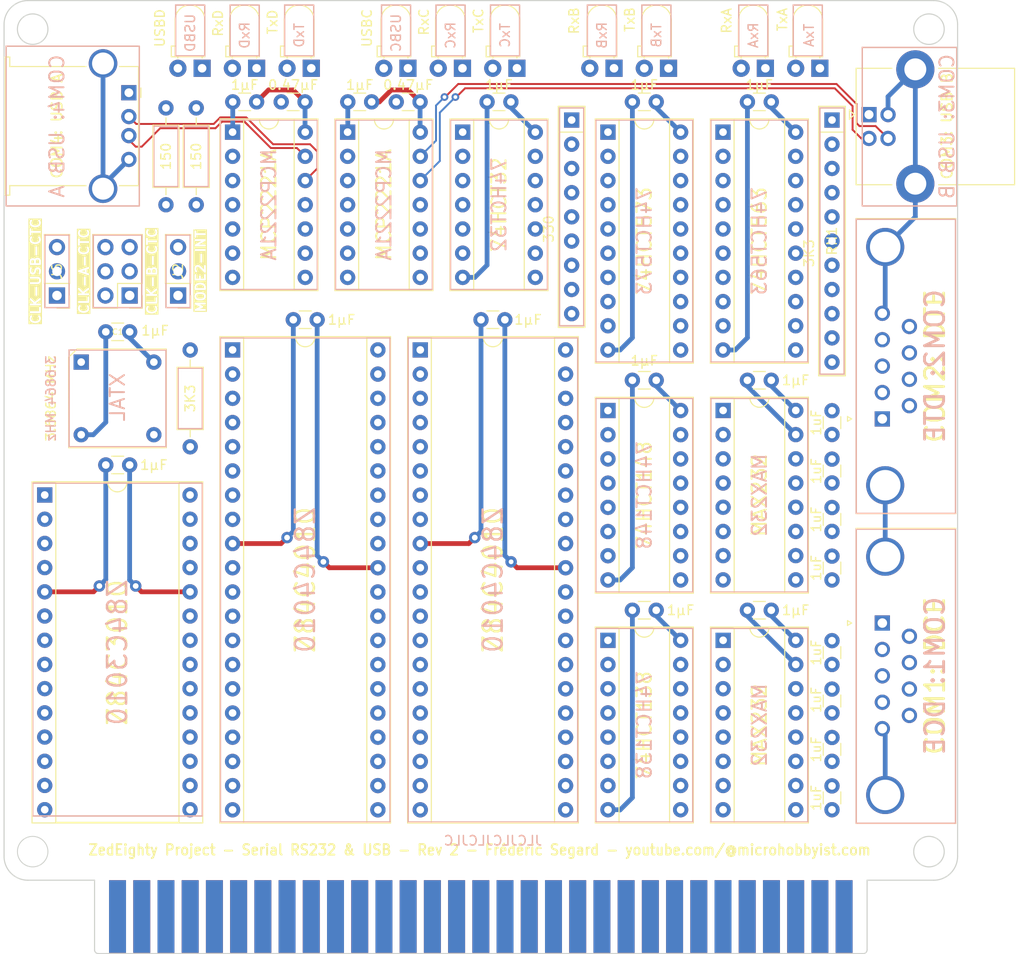
<source format=kicad_pcb>
(kicad_pcb (version 20221018) (generator pcbnew)
  (title_block (title "Processor and memory card") (date "2022-10-24") (rev "1") (company "Frédéric Segard, aka Micro Hobbyist"))
  (layers (0 "F.Cu" signal) (31 "B.Cu" signal) (34 "B.Paste" user) (35 "F.Paste" user) (36 "B.SilkS" user "B.Silkscreen") (37 "F.SilkS" user "F.Silkscreen") (38 "B.Mask" user) (39 "F.Mask" user) (44 "Edge.Cuts" user))
  (net 0 "")
  (net 1 "+5V")
  (net 2 "GND")
  (net 3 "Net-(U7-C1+)")
  (net 4 "Net-(U7-C1-)")
  (net 5 "Net-(U7-VS-)")
  (net 6 "Net-(U8-C1+)")
  (net 7 "Net-(U8-C1-)")
  (net 8 "Net-(U8-VS-)")
  (net 9 "Net-(U7-VS+)")
  (net 10 "Net-(U7-C2+)")
  (net 11 "Net-(U7-C2-)")
  (net 12 "Net-(U8-VS+)")
  (net 13 "Net-(U8-C2+)")
  (net 14 "Net-(U8-C2-)")
  (net 15 "Net-(D1-K)")
  (net 16 "Net-(D1-A)")
  (net 17 "Net-(D2-K)")
  (net 18 "Net-(D2-A)")
  (net 19 "/A7")
  (net 20 "/A6")
  (net 21 "/A5")
  (net 22 "/A4")
  (net 23 "/A3")
  (net 24 "/A1")
  (net 25 "/A0")
  (net 26 "/D0")
  (net 27 "/D1")
  (net 28 "/D2")
  (net 29 "/D3")
  (net 30 "/D4")
  (net 31 "/D5")
  (net 32 "/D6")
  (net 33 "/D7")
  (net 34 "/~{M1}")
  (net 35 "/~{RESET}")
  (net 36 "/CLK")
  (net 37 "/~{INT}")
  (net 38 "/~{RD}")
  (net 39 "/~{IORQ}")
  (net 40 "/A2")
  (net 41 "Net-(D3-K)")
  (net 42 "Net-(D3-A)")
  (net 43 "Net-(D4-K)")
  (net 44 "Net-(D4-A)")
  (net 45 "Net-(D5-K)")
  (net 46 "Net-(D5-A)")
  (net 47 "Net-(D6-K)")
  (net 48 "Net-(D6-A)")
  (net 49 "Net-(D7-K)")
  (net 50 "Net-(D7-A)")
  (net 51 "Net-(D8-K)")
  (net 52 "Net-(D8-A)")
  (net 53 "Net-(D9-K)")
  (net 54 "Net-(D10-K)")
  (net 55 "/RxB")
  (net 56 "/TxB")
  (net 57 "Net-(U10-VUSB)")
  (net 58 "Net-(U11-VUSB)")
  (net 63 "/RxA")
  (net 65 "/TxA")
  (net 67 "/CLK2")
  (net 74 "/TxD")
  (net 75 "/RxD")
  (net 76 "/~{CLK}")
  (net 77 "/~{SIO2_CS}")
  (net 78 "/~{SIO1_CS}")
  (net 79 "/TxC")
  (net 80 "/RxC")
  (net 83 "/~{IRQ}2")
  (net 91 "/IE")
  (net 94 "/~{IRQ}3")
  (net 95 "/~{IRQ}4")
  (net 96 "/~{IRQ}5")
  (net 97 "/~{IRQ}6")
  (net 98 "/~{IRQ}7")
  (net 99 "/MODE2_RD")
  (net 100 "Net-(J2-Pin_2)")
  (net 101 "/~{INT_RD}")
  (net 102 "/COM 1 and 2 (RS-232)/SIOCLKB")
  (net 103 "/COM 1 and 2 (RS-232)/SIOCLKA")
  (net 104 "/CTCLKB")
  (net 105 "/CTCLKA")
  (net 107 "Net-(U7-T1out)")
  (net 108 "Net-(U7-R1in)")
  (net 111 "Net-(U7-R2in)")
  (net 112 "Net-(U7-T2out)")
  (net 115 "Net-(U8-R2in)")
  (net 116 "Net-(U8-T2out)")
  (net 119 "Net-(U8-T1out)")
  (net 120 "Net-(U8-R1in)")
  (net 122 "/COM 3 and 4 (USB)/SIOCLK")
  (net 123 "/CTCLK0")
  (net 125 "/COM 3 and 4 (USB)/D1-")
  (net 126 "/COM 3 and 4 (USB)/D1+")
  (net 128 "/COM 3 and 4 (USB)/D2-")
  (net 129 "/COM 3 and 4 (USB)/D2+")
  (net 130 "/SIO2_IEO")
  (net 131 "Net-(U10-GP2_(USB))")
  (net 132 "Net-(U11-GP2_(USB))")
  (net 133 "/SIO1_IEO")
  (net 134 "/~{IRQ}1")
  (net 135 "/COM 1 and 2 (RS-232)/~{RTSA}")
  (net 136 "/COM 1 and 2 (RS-232)/~{CTSA}")
  (net 137 "/COM 1 and 2 (RS-232)/~{CTSB}")
  (net 138 "/COM 1 and 2 (RS-232)/~{RTSB}")
  (net 139 "/~{IRQ}0")
  (net 140 "Net-(U5-E2)")
  (net 141 "Net-(U5-E1)")
  (net 142 "Net-(U5-O3)")
  (net 143 "Net-(U2-S2)")
  (net 144 "Net-(U2-S1)")
  (net 145 "Net-(U2-S0)")
  (net 151 "/~{CTC_CS}")
  (net 160 "Net-(U10-Tx_Out)")
  (net 161 "Net-(U10-Rx_In)")
  (net 166 "Net-(U11-Rx_In)")
  (net 167 "Net-(U11-Tx_Out)")
  (footprint "Capacitor_THT:C_Disc_D3.0mm_W1.6mm_P2.50mm" (layer "F.Cu") (at 163.83 97.81 -90)
    (fp_text reference "C12" hide)
    (fp_text value "1uF")
  )
  (footprint "0_Library:BUS_XT_Proto" (layer "F.Cu") (at 127 141.995)
    (fp_text reference "J1" hide)
    (fp_text value "EDGE" hide)
    (fp_line (start -50 -2.5) (end -50 -89.8) (stroke (width 0.12)) (layer "Edge.Cuts"))
    (fp_line (start -47.5 -92.3) (end 47.5 -92.3) (stroke (width 0.12)) (layer "Edge.Cuts"))
    (fp_line (start -47.5 0) (end -40.51 0) (stroke (width 0.12)) (layer "Edge.Cuts"))
    (fp_line (start -40.51 7.3) (end -40.51 0) (stroke (width 0.12)) (layer "Edge.Cuts"))
    (fp_line (start -40.11 7.7) (end 40.11 7.7) (stroke (width 0.12)) (layer "Edge.Cuts"))
    (fp_line (start 40.51 7.3) (end 40.51 0) (stroke (width 0.12)) (layer "Edge.Cuts"))
    (fp_line (start 47.5 0) (end 40.51 0) (stroke (width 0.12)) (layer "Edge.Cuts"))
    (fp_line (start 50 -89.8) (end 50 -2.5) (stroke (width 0.12)) (layer "Edge.Cuts"))
    (fp_arc (start -50 -89.8) (mid -49.267767 -91.567767) (end -47.5 -92.3) (stroke (width 0.12)) (layer "Edge.Cuts"))
    (fp_arc (start -47.5 0) (mid -49.267767 -0.732233) (end -50 -2.5) (stroke (width 0.12)) (layer "Edge.Cuts"))
    (fp_arc (start -40.11 7.7) (mid -40.392843 7.582843) (end -40.51 7.3) (stroke (width 0.12)) (layer "Edge.Cuts"))
    (fp_arc (start 40.51 7.3) (mid 40.392843 7.582843) (end 40.11 7.7) (stroke (width 0.12)) (layer "Edge.Cuts"))
    (fp_arc (start 47.5 -92.3) (mid 49.267767 -91.567767) (end 50 -89.8) (stroke (width 0.12)) (layer "Edge.Cuts"))
    (fp_arc (start 50 -2.5) (mid 49.267767 -0.732233) (end 47.5 0) (stroke (width 0.12)) (layer "Edge.Cuts"))
    (fp_circle (center -47 -89.3) (end -45.4 -89.3) (stroke (width 0.12)) (fill none) (layer "Edge.Cuts"))
    (fp_circle (center -47 -3) (end -45.4 -3) (stroke (width 0.1)) (fill none) (layer "Edge.Cuts"))
    (fp_circle (center 47 -89.3) (end 48.6 -89.3) (stroke (width 0.12)) (fill none) (layer "Edge.Cuts"))
    (fp_circle (center 47 -3) (end 48.6 -3) (stroke (width 0.12)) (fill none) (layer "Edge.Cuts"))
  )
  (footprint "LED_THT:LED_D3.0mm_Horizontal_O1.27mm_Z2.0mm_Clear" (layer "F.Cu") (at 103.485 56.8 180)
    (fp_text reference "D8" hide)
    (fp_text value "RxD")
  )
  (footprint "Capacitor_THT:C_Disc_D3.0mm_W1.6mm_P2.50mm" (layer "F.Cu") (at 157.46 89.535 180)
    (fp_text reference "C19" hide)
    (fp_text value "1µF")
  )
  (footprint "LED_THT:LED_D3.0mm_Horizontal_O1.27mm_Z2.0mm_Clear" (layer "F.Cu") (at 130.79 56.8 180)
    (fp_text reference "D5" hide)
    (fp_text value "TxC")
  )
  (footprint "Capacitor_THT:C_Disc_D3.0mm_W1.6mm_P2.50mm" (layer "F.Cu") (at 157.46 60.325 180)
    (fp_text reference "C9" hide)
    (fp_text value "1µF")
  )
  (footprint "Capacitor_THT:C_Disc_D3.0mm_W1.6mm_P2.50mm" (layer "F.Cu") (at 163.83 116.86 -90)
    (fp_text reference "C14" hide)
    (fp_text value "1uF")
  )
  (footprint "Connector_USB:USB_A_Stewart_SS-52100-001_Horizontal" (layer "F.Cu") (at 90.0894 59.365 -90)
    (fp_text reference "J8" hide)
    (fp_text value "COM4: USB A")
  )
  (footprint "LED_THT:LED_D3.0mm_Horizontal_O1.27mm_Z2.0mm_Clear" (layer "F.Cu") (at 119.36 56.8 180)
    (fp_text reference "D9" hide)
    (fp_text value "USBC")
  )
  (footprint "Resistor_THT:R_Array_SIP9" (layer "F.Cu") (at 136.525 62.23 -90)
    (fp_text reference "RN2" hide)
    (fp_text value "330")
  )
  (footprint "Package_DIP:DIP-20_W7.62mm_Socket" (layer "F.Cu") (at 152.4 63.5)
    (fp_text reference "U4" hide)
    (fp_text value "74HCT563")
  )
  (footprint "Package_DIP:DIP-16_W7.62mm_Socket" (layer "F.Cu") (at 152.41 92.7)
    (fp_text reference "U8" hide)
    (fp_text value "MAX232")
  )
  (footprint "Capacitor_THT:C_Disc_D3.0mm_W1.6mm_P2.50mm" (layer "F.Cu") (at 163.83 102.89 -90)
    (fp_text reference "C17" hide)
    (fp_text value "1uF")
  )
  (footprint "Capacitor_THT:C_Disc_D3.0mm_W1.6mm_P2.50mm" (layer "F.Cu") (at 157.46 113.665 180)
    (fp_text reference "C23" hide)
    (fp_text value "1µF")
  )
  (footprint "Capacitor_THT:C_Disc_D3.0mm_W1.6mm_P2.50mm" (layer "F.Cu") (at 163.83 92.73 -90)
    (fp_text reference "C16" hide)
    (fp_text value "1uF")
  )
  (footprint "Package_DIP:DIP-16_W7.62mm_Socket" (layer "F.Cu") (at 152.41 116.82)
    (fp_text reference "U7" hide)
    (fp_text value "MAX232")
  )
  (footprint "Capacitor_THT:C_Disc_D3.0mm_W1.6mm_P2.50mm" (layer "F.Cu") (at 106.065 60.325)
    (fp_text reference "C22" hide)
    (fp_text value "0.47µF")
  )
  (footprint "Package_DIP:DIP-20_W7.62mm_Socket" (layer "F.Cu") (at 140.335 63.5)
    (fp_text reference "U3" hide)
    (fp_text value "74HCT573")
  )
  (footprint "Capacitor_THT:C_Disc_D3.0mm_W1.6mm_P2.50mm" (layer "F.Cu") (at 127.02 83.185)
    (fp_text reference "C7" hide)
    (fp_text value "1µF")
  )
  (footprint "LED_THT:LED_D3.0mm_Horizontal_O1.27mm_Z2.0mm_Clear" (layer "F.Cu") (at 97.77 56.8 180)
    (fp_text reference "D10" hide)
    (fp_text value "USBD")
  )
  (footprint "Package_DIP:DIP-14_W7.62mm_Socket" (layer "F.Cu") (at 100.965 63.5)
    (fp_text reference "U11" hide)
    (fp_text value "MCP2221A")
  )
  (footprint "Capacitor_THT:C_Disc_D3.0mm_W1.6mm_P2.50mm" (layer "F.Cu") (at 163.83 110.49 90)
    (fp_text reference "C13" hide)
    (fp_text value "1uF")
  )
  (footprint "Capacitor_THT:C_Disc_D3.0mm_W1.6mm_P2.50mm" (layer "F.Cu") (at 163.83 134.6 90)
    (fp_text reference "C11" hide)
    (fp_text value "1uF")
  )
  (footprint "Resistor_THT:R_Axial_DIN0207_L6.3mm_D2.5mm_P10.16mm_Horizontal" (layer "F.Cu") (at 97.155 71.12 90)
    (fp_text reference "R3" hide)
    (fp_text value "150")
  )
  (footprint "Capacitor_THT:C_Disc_D3.0mm_W1.6mm_P2.50mm" (layer "F.Cu") (at 90.17 84.455 180)
    (fp_text reference "C1" hide)
    (fp_text value "1µF")
  )
  (footprint "LED_THT:LED_D3.0mm_Horizontal_O1.27mm_Z2.0mm_Clear" (layer "F.Cu") (at 109.22 56.8 180)
    (fp_text reference "D7" hide)
    (fp_text value "TxD")
  )
  (footprint "0_Library:DIP-8-4_W7.62mm_Oscillator_Socket" (layer "F.Cu") (at 85.09 87.63)
    (fp_text reference "X1" hide)
    (fp_text value "3.6864 MHz")
  )
  (footprint "LED_THT:LED_D3.0mm_Horizontal_O1.27mm_Z2.0mm_Clear" (layer "F.Cu") (at 162.56 56.8 180)
    (fp_text reference "D1" hide)
    (fp_text value "TxA")
  )
  (footprint "Capacitor_THT:C_Disc_D3.0mm_W1.6mm_P2.50mm" (layer "F.Cu") (at 163.83 121.94 -90)
    (fp_text reference "C10" hide)
    (fp_text value "1uF")
  )
  (footprint "LED_THT:LED_D3.0mm_Horizontal_O1.27mm_Z2.0mm_Clear" (layer "F.Cu") (at 146.685 56.8 180)
    (fp_text reference "D3" hide)
    (fp_text value "TxB")
  )
  (footprint "Resistor_THT:R_Axial_DIN0207_L6.3mm_D2.5mm_P10.16mm_Horizontal" (layer "F.Cu") (at 96.52 86.36 -90)
    (fp_text reference "R5" hide)
    (fp_text value "3K3")
  )
  (footprint "LED_THT:LED_D3.0mm_Horizontal_O1.27mm_Z2.0mm_Clear" (layer "F.Cu") (at 156.845 56.8 180)
    (fp_text reference "D2" hide)
    (fp_text value "RxA")
  )
  (footprint "Package_DIP:DIP-16_W7.62mm_Socket" (layer "F.Cu") (at 140.335 92.71)
    (fp_text reference "U2" hide)
    (fp_text value "74HCT148")
  )
  (footprint "Connector_PinHeader_2.54mm:PinHeader_1x03_P2.54mm_Vertical" (layer "F.Cu") (at 82.55 80.645 180)
    (fp_text reference "J6" hide)
    (fp_text value "SIO CLK SRC" hide)
  )
  (footprint "LED_THT:LED_D3.0mm_Horizontal_O1.27mm_Z2.0mm_Clear" (layer "F.Cu") (at 125.075 56.8 180)
    (fp_text reference "D6" hide)
    (fp_text value "RxC")
  )
  (footprint "Connector_PinHeader_2.54mm:PinHeader_2x03_P2.54mm_Vertical" (layer "F.Cu") (at 90.17 80.645 180)
    (fp_text reference "J3" hide)
    (fp_text value "SIO CLK SRC" hide)
  )
  (footprint "Capacitor_THT:C_Disc_D3.0mm_W1.6mm_P2.50mm" (layer "F.Cu") (at 90.17 98.425 180)
    (fp_text reference "C2" hide)
    (fp_text value "1µF")
  )
  (footprint "Connector_USB:USB_B_Lumberg_2411_02_Horizontal" (layer "F.Cu") (at 167.7076 61.6602)
    (fp_text reference "J7" hide)
    (fp_text value "COM3: USB B")
  )
  (footprint "Resistor_THT:R_Array_SIP11" (layer "F.Cu") (at 163.83 62.23 -90)
    (fp_text reference "RN1" hide)
    (fp_text value "3K3")
  )
  (footprint "Capacitor_THT:C_Disc_D3.0mm_W1.6mm_P2.50mm" (layer "F.Cu") (at 100.985 60.325)
    (fp_text reference "C3" hide)
    (fp_text value "1µF")
  )
  (footprint "Package_DIP:DIP-14_W7.62mm_Socket" (layer "F.Cu") (at 113.03 63.5)
    (fp_text reference "U10" hide)
    (fp_text value "MCP2221A")
  )
  (footprint "Resistor_THT:R_Axial_DIN0207_L6.3mm_D2.5mm_P10.16mm_Horizontal" (layer "F.Cu") (at 93.98 71.12 90)
    (fp_text reference "R4" hide)
    (fp_text value "150")
  )
  (footprint "Package_DIP:DIP-14_W7.62mm_Socket" (layer "F.Cu") (at 125.095 63.5)
    (fp_text reference "U1" hide)
    (fp_text value "74HCT32")
  )
  (footprint "Package_DIP:DIP-40_W15.24mm_Socket" (layer "F.Cu") (at 100.965 86.35)
    (fp_text reference "U9" hide)
    (fp_text value "Z84C4010")
  )
  (footprint "Package_DIP:DIP-40_W15.24mm_Socket" (layer "F.Cu") (at 120.65 86.35)
    (fp_text reference "U6" hide)
    (fp_text value "Z84C4010")
  )
  (footprint "Capacitor_THT:C_Disc_D3.0mm_W1.6mm_P2.50mm" (layer "F.Cu") (at 145.395 113.665 180)
    (fp_text reference "C20" hide)
    (fp_text value "1µF")
  )
  (footprint "Capacitor_THT:C_Disc_D3.0mm_W1.6mm_P2.50mm" (layer "F.Cu") (at 118.13 60.325)
    (fp_text reference "C21" hide)
    (fp_text value "0.47µF")
  )
  (footprint "Connector_Dsub:DSUB-9_Female_Horizontal_P2.77x2.84mm_EdgePinOffset4.94mm_Housed_MountingHolesOffset7.48mm" (layer "F.Cu") (at 169.1094 115.0106 90)
    (fp_text reference "J4" hide)
    (fp_text value "COM1: DCE")
  )
  (footprint "Capacitor_THT:C_Disc_D3.0mm_W1.6mm_P2.50mm" (layer "F.Cu") (at 145.395 60.325 180)
    (fp_text reference "C8" hide)
    (fp_text value "1µF")
  )
  (footprint "Package_DIP:DIP-16_W7.62mm_Socket" (layer "F.Cu") (at 140.335 116.82)
    (fp_text reference "U5" hide)
    (fp_text value "74HCT138")
  )
  (footprint "Connector_Dsub:DSUB-9_Male_Horizontal_P2.77x2.84mm_EdgePinOffset4.94mm_Housed_MountingHolesOffset7.48mm" (layer "F.Cu") (at 169.1094 93.5906 90)
    (fp_text reference "J5" hide)
    (fp_text value "COM2: DTE")
  )
  (footprint "Connector_PinHeader_2.54mm:PinHeader_1x03_P2.54mm_Vertical" (layer "F.Cu") (at 95.25 80.645 180)
    (fp_text reference "J2" hide)
    (fp_text value "INT READ" hide)
  )
  (footprint "Capacitor_THT:C_Disc_D3.0mm_W1.6mm_P2.50mm" (layer "F.Cu") (at 163.83 127.02 -90)
    (fp_text reference "C15" hide)
    (fp_text value "1uF")
  )
  (footprint "Capacitor_THT:C_Disc_D3.0mm_W1.6mm_P2.50mm" (layer "F.Cu") (at 145.395 89.535 180)
    (fp_text reference "C18" hide)
    (fp_text value "1µF")
  )
  (footprint "Capacitor_THT:C_Disc_D3.0mm_W1.6mm_P2.50mm" (layer "F.Cu") (at 107.335 83.185)
    (fp_text reference "C6" hide)
    (fp_text value "1µF")
  )
  (footprint "Package_DIP:DIP-28_W15.24mm_Socket" (layer "F.Cu") (at 81.265 101.575)
    (fp_text reference "U12" hide)
    (fp_text value "Z84C3010")
  )
  (footprint "Capacitor_THT:C_Disc_D3.0mm_W1.6mm_P2.50mm" (layer "F.Cu") (at 130.155 60.325 180)
    (fp_text reference "C5" hide)
    (fp_text value "1µF")
  )
  (footprint "LED_THT:LED_D3.0mm_Horizontal_O1.27mm_Z2.0mm_Clear" (layer "F.Cu") (at 140.97 56.8 180)
    (fp_text reference "D4" hide)
    (fp_text value "RxB")
  )
  (footprint "Capacitor_THT:C_Disc_D3.0mm_W1.6mm_P2.50mm" (layer "F.Cu") (at 113.05 60.325)
    (fp_text reference "C4" hide)
    (fp_text value "1µF")
  )
  (gr_rect (start 83.82 86.36) (end 93.98 96.52) (stroke (width 0.15)) (fill none) (layer "B.SilkS"))
  (gr_rect (start 93.98 74.295) (end 96.52 81.915) (stroke (width 0.15)) (fill none) (layer "B.SilkS"))
  (gr_rect (start 139.065 115.57) (end 149.225 135.89) (stroke (width 0.15)) (fill none) (layer "B.SilkS"))
  (gr_rect (start 151.13 62.23) (end 161.29 87.63) (stroke (width 0.15)) (fill none) (layer "B.SilkS"))
  (gr_rect (start 99.695 85.09) (end 117.475 135.89) (stroke (width 0.15)) (fill none) (layer "B.SilkS"))
  (gr_rect (start 106.426 50.165) (end 109.474 55.499) (stroke (width 0.15)) (fill none) (layer "B.SilkS"))
  (gr_rect (start 167.005 54.61) (end 176.911 71.247) (stroke (width 0.15)) (fill none) (layer "B.SilkS"))
  (gr_rect (start 81.28 74.295) (end 83.82 81.915) (stroke (width 0.15)) (fill none) (layer "B.SilkS"))
  (gr_rect (start 135.255 60.96) (end 137.795 83.82) (stroke (width 0.15)) (fill none) (layer "B.SilkS"))
  (gr_rect (start 94.996 50.165) (end 98.044 55.499) (stroke (width 0.15)) (fill none) (layer "B.SilkS"))
  (gr_rect (start 111.76 62.23) (end 121.92 80.01) (stroke (width 0.15)) (fill none) (layer "B.SilkS"))
  (gr_rect (start 166.37 105.156) (end 176.784 136.017) (stroke (width 0.15)) (fill none) (layer "B.SilkS"))
  (gr_rect (start 151.13 91.44) (end 161.29 111.76) (stroke (width 0.15)) (fill none) (layer "B.SilkS"))
  (gr_rect (start 166.37 72.644) (end 176.784 103.505) (stroke (width 0.15)) (fill none) (layer "B.SilkS"))
  (gr_rect (start 154.051 50.165) (end 157.099 55.499) (stroke (width 0.15)) (fill none) (layer "B.SilkS"))
  (gr_rect (start 139.065 91.44) (end 149.225 111.76) (stroke (width 0.15)) (fill none) (layer "B.SilkS"))
  (gr_rect (start 159.766 50.165) (end 162.814 55.499) (stroke (width 0.15)) (fill none) (layer "B.SilkS"))
  (gr_rect (start 128.016 50.165) (end 131.064 55.499) (stroke (width 0.15)) (fill none) (layer "B.SilkS"))
  (gr_rect (start 162.56 60.96) (end 165.1 88.9) (stroke (width 0.15)) (fill none) (layer "B.SilkS"))
  (gr_rect (start 143.891 50.165) (end 146.939 55.499) (stroke (width 0.15)) (fill none) (layer "B.SilkS"))
  (gr_rect (start 122.301 50.165) (end 125.349 55.499) (stroke (width 0.15)) (fill none) (layer "B.SilkS"))
  (gr_rect (start 86.36 74.295) (end 91.44 81.915) (stroke (width 0.15)) (fill none) (layer "B.SilkS"))
  (gr_rect (start 139.065 62.23) (end 149.225 87.63) (stroke (width 0.15)) (fill none) (layer "B.SilkS"))
  (gr_rect (start 95.25 88.265) (end 97.79 94.615) (stroke (width 0.15)) (fill none) (layer "B.SilkS"))
  (gr_rect (start 119.38 85.09) (end 137.16 135.89) (stroke (width 0.15)) (fill none) (layer "B.SilkS"))
  (gr_rect (start 77.216 54.483) (end 91.186 71.247) (stroke (width 0.15)) (fill none) (layer "B.SilkS"))
  (gr_rect (start 123.825 62.23) (end 133.985 80.01) (stroke (width 0.15)) (fill none) (layer "B.SilkS"))
  (gr_rect (start 99.695 62.23) (end 109.855 80.01) (stroke (width 0.15)) (fill none) (layer "B.SilkS"))
  (gr_rect (start 92.71 62.865) (end 95.25 69.215) (stroke (width 0.15)) (fill none) (layer "B.SilkS"))
  (gr_rect (start 138.176 50.165) (end 141.224 55.499) (stroke (width 0.15)) (fill none) (layer "B.SilkS"))
  (gr_rect (start 95.885 62.865) (end 98.425 69.215) (stroke (width 0.15)) (fill none) (layer "B.SilkS"))
  (gr_rect (start 116.586 50.165) (end 119.634 55.499) (stroke (width 0.15)) (fill none) (layer "B.SilkS"))
  (gr_rect (start 80.01 100.33) (end 97.79 135.255) (stroke (width 0.15)) (fill none) (layer "B.SilkS"))
  (gr_rect (start 151.13 115.57) (end 161.29 135.89) (stroke (width 0.15)) (fill none) (layer "B.SilkS"))
  (gr_rect (start 100.711 50.165) (end 103.759 55.499) (stroke (width 0.15)) (fill none) (layer "B.SilkS"))
  (gr_text "XTAL" (at 88.9 91.313 90) (layer "B.SilkS") (effects (font (size 1.5 1.5) (thickness 0.2)) (justify mirror)))
  (gr_text "JLCJLCJLCJLC" (at 128.27 138.43) (layer "B.SilkS") (effects (font (size 1 1)) (justify bottom mirror)))
  (gr_text "ZedEighty Project - Serial RS232 & USB - Rev 2 - Frédéric Segard - youtube.com/@microhobbyist.com" (at 126.873 138.811) (layer "F.SilkS") (effects (font (size 1.1 1) (thickness 0.2) bold)))
  (gr_text "CLK-B-CTC" (at 91.948 78.105 90) (layer "F.SilkS" knockout) (effects (font (size 1 1) (thickness 0.2) bold) (justify top)))
  (gr_text "CLK-A-CTC" (at 85.979 78.105 90) (layer "F.SilkS" knockout) (effects (font (size 1 1) (thickness 0.2) bold) (justify bottom)))
  (gr_text "MODE2-INT" (at 97.028 78.105 90) (layer "F.SilkS" knockout) (effects (font (size 1 1) (thickness 0.2) bold) (justify top)))
  (gr_text "CLK-USB-CTC" (at 80.899 78.105 90) (layer "F.SilkS" knockout) (effects (font (size 1 1) (thickness 0.2) bold) (justify bottom)))
  (segment (start 120.65 106.67) (end 125.74 106.67) (width 0.5) (layer "F.Cu") (net 1))
  (segment (start 106.055 106.67) (end 106.68 106.045) (width 0.5) (layer "F.Cu") (net 1))
  (segment (start 96.505 111.735) (end 91.415 111.735) (width 0.5) (layer "F.Cu") (net 1))
  (segment (start 91.415 111.735) (end 90.805 111.125) (width 0.5) (layer "F.Cu") (net 1))
  (segment (start 100.965 106.67) (end 106.055 106.67) (width 0.5) (layer "F.Cu") (net 1))
  (segment (start 125.74 106.67) (end 126.365 106.045) (width 0.5) (layer "F.Cu") (net 1))
  (via (at 90.805 111.125) (size 1.2) (drill 0.6) (layers "F.Cu" "B.Cu") (net 1))
  (via (at 126.365 106.045) (size 1.2) (drill 0.6) (layers "F.Cu" "B.Cu") (net 1))
  (via (at 106.68 106.045) (size 1.2) (drill 0.6) (layers "F.Cu" "B.Cu") (net 1))
  (segment (start 157.46 89.535) (end 157.46 90.13) (width 0.5) (layer "B.Cu") (net 1))
  (segment (start 127.02 105.39) (end 126.365 106.045) (width 0.5) (layer "B.Cu") (net 1))
  (segment (start 113.05 63.48) (end 113.03 63.5) (width 0.5) (layer "B.Cu") (net 1))
  (segment (start 100.985 63.48) (end 100.965 63.5) (width 0.5) (layer "B.Cu") (net 1))
  (segment (start 107.335 83.185) (end 107.335 105.39) (width 0.5) (layer "B.Cu") (net 1))
  (segment (start 145.395 113.665) (end 145.395 114.26) (width 0.5) (layer "B.Cu") (net 1))
  (segment (start 157.46 60.325) (end 157.46 60.94) (width 0.5) (layer "B.Cu") (net 1))
  (segment (start 127.02 83.185) (end 127.02 105.39) (width 0.5) (layer "B.Cu") (net 1))
  (segment (start 130.155 60.94) (end 132.715 63.5) (width 0.5) (layer "B.Cu") (net 1))
  (segment (start 157.46 60.94) (end 160.02 63.5) (width 0.5) (layer "B.Cu") (net 1))
  (segment (start 90.17 110.49) (end 90.805 111.125) (width 0.5) (layer "B.Cu") (net 1))
  (segment (start 90.17 84.455) (end 90.17 85.09) (width 0.5) (layer "B.Cu") (net 1))
  (segment (start 90.17 85.09) (end 92.71 87.63) (width 0.5) (layer "B.Cu") (net 1))
  (segment (start 145.395 90.15) (end 147.955 92.71) (width 0.5) (layer "B.Cu") (net 1))
  (segment (start 145.395 60.94) (end 147.955 63.5) (width 0.5) (layer "B.Cu") (net 1))
  (segment (start 145.395 114.26) (end 147.955 116.82) (width 0.5) (layer "B.Cu") (net 1))
  (segment (start 113.05 60.325) (end 113.05 63.48) (width 0.5) (layer "B.Cu") (net 1))
  (segment (start 145.395 89.535) (end 145.395 90.15) (width 0.5) (layer "B.Cu") (net 1))
  (segment (start 145.395 60.325) (end 145.395 60.94) (width 0.5) (layer "B.Cu") (net 1))
  (segment (start 90.17 98.425) (end 90.17 110.49) (width 0.5) (layer "B.Cu") (net 1))
  (segment (start 130.155 60.325) (end 130.155 60.94) (width 0.5) (layer "B.Cu") (net 1))
  (segment (start 107.335 105.39) (end 106.68 106.045) (width 0.5) (layer "B.Cu") (net 1))
  (segment (start 157.46 90.13) (end 160.03 92.7) (width 0.5) (layer "B.Cu") (net 1))
  (segment (start 157.46 113.665) (end 157.46 114.25) (width 0.5) (layer "B.Cu") (net 1))
  (segment (start 100.985 60.325) (end 100.985 63.48) (width 0.5) (layer "B.Cu") (net 1))
  (segment (start 157.46 114.25) (end 160.03 116.82) (width 0.5) (layer "B.Cu") (net 1))
  (segment (start 103.485 60.325) (end 104.735 59.075) (width 0.5) (layer "F.Cu") (net 2))
  (segment (start 104.735 59.075) (end 107.315 59.075) (width 0.5) (layer "F.Cu") (net 2))
  (segment (start 119.38 59.075) (end 120.63 60.325) (width 0.5) (layer "F.Cu") (net 2))
  (segment (start 115.55 60.325) (end 116.362233 60.325) (width 0.5) (layer "F.Cu") (net 2))
  (segment (start 116.362233 60.325) (end 117.612233 59.075) (width 0.5) (layer "F.Cu") (net 2))
  (segment (start 81.265 111.735) (end 86.385 111.735) (width 0.5) (layer "F.Cu") (net 2))
  (segment (start 130.8 109.21) (end 130.175 108.585) (width 0.5) (layer "F.Cu") (net 2))
  (segment (start 111.115 109.21) (end 110.49 108.585) (width 0.5) (layer "F.Cu") (net 2))
  (segment (start 86.385 111.735) (end 86.995 111.125) (width 0.5) (layer "F.Cu") (net 2))
  (segment (start 117.612233 59.075) (end 119.38 59.075) (width 0.5) (layer "F.Cu") (net 2))
  (segment (start 116.205 109.21) (end 111.115 109.21) (width 0.5) (layer "F.Cu") (net 2))
  (segment (start 135.89 109.21) (end 130.8 109.21) (width 0.5) (layer "F.Cu") (net 2))
  (segment (start 107.315 59.075) (end 108.565 60.325) (width 0.5) (layer "F.Cu") (net 2))
  (via (at 110.49 108.585) (size 1.2) (drill 0.6) (layers "F.Cu" "B.Cu") (net 2))
  (via (at 130.175 108.585) (size 1.2) (drill 0.5) (layers "F.Cu" "B.Cu") (net 2))
  (via (at 86.995 111.125) (size 1.2) (drill 0.6) (layers "F.Cu" "B.Cu") (net 2))
  (segment (start 142.895 113.665) (end 142.895 133.33) (width 0.5) (layer "B.Cu") (net 2))
  (segment (start 169.4094 100.5506) (end 169.4094 108.0506) (width 0.5) (layer "B.Cu") (net 2))
  (segment (start 154.96 90.17) (end 154.96 89.535) (width 0.5) (layer "B.Cu") (net 2))
  (segment (start 108.565 63.48) (end 108.585 63.5) (width 0.5) (layer "B.Cu") (net 2))
  (segment (start 108.565 60.325) (end 108.565 63.48) (width 0.5) (layer "B.Cu") (net 2))
  (segment (start 142.895 133.33) (end 141.605 134.62) (width 0.5) (layer "B.Cu") (net 2))
  (segment (start 87.3794 56.295) (end 87.3794 69.435) (width 0.5) (layer "B.Cu") (net 2))
  (segment (start 141.605 110.49) (end 140.335 110.49) (width 0.5) (layer "B.Cu") (net 2))
  (segment (start 169.4094 82.2106) (end 169.1094 82.5106) (width 0.5) (layer "B.Cu") (net 2))
  (segment (start 86.36 95.25) (end 85.09 95.25) (width 0.5) (layer "B.Cu") (net 2))
  (segment (start 87.3794 69.435) (end 87.3794 69.075) (width 0.5) (layer "B.Cu") (net 2))
  (segment (start 172.5676 56.9102) (end 172.5676 68.9102) (width 0.5) (layer "B.Cu") (net 2))
  (segment (start 120.63 60.325) (end 120.63 63.48) (width 0.5) (layer "B.Cu") (net 2))
  (segment (start 160.03 95.24) (end 154.96 90.17) (width 0.5) (layer "B.Cu") (net 2))
  (segment (start 169.4094 75.5506) (end 169.4094 82.2106) (width 0.5) (layer "B.Cu") (net 2))
  (segment (start 141.605 134.62) (end 141.585 134.6) (width 0.5) (layer "B.Cu") (net 2))
  (segment (start 109.835 107.93) (end 110.49 108.585) (width 0.5) (layer "B.Cu") (net 2))
  (segment (start 141.585 134.6) (end 140.335 134.6) (width 0.5) (layer "B.Cu") (net 2))
  (segment (start 87.67 84.455) (end 87.67 93.94) (width 0.5) (layer "B.Cu") (net 2))
  (segment (start 129.52 83.185) (end 129.52 107.93) (width 0.5) (layer "B.Cu") (net 2))
  (segment (start 87.67 110.45) (end 86.995 111.125) (width 0.5) (layer "B.Cu") (net 2))
  (segment (start 153.67 86.36) (end 152.4 86.36) (width 0.5) (layer "B.Cu") (net 2))
  (segment (start 87.67 98.425) (end 87.67 110.45) (width 0.5) (layer "B.Cu") (net 2))
  (segment (start 109.835 83.185) (end 109.835 107.93) (width 0.5) (layer "B.Cu") (net 2))
  (segment (start 142.895 85.07) (end 141.605 86.36) (width 0.5) (layer "B.Cu") (net 2))
  (segment (start 154.96 114.29) (end 154.96 113.665) (width 0.5) (layer "B.Cu") (net 2))
  (segment (start 129.52 107.93) (end 130.175 108.585) (width 0.5) (layer "B.Cu") (net 2))
  (segment (start 126.365 78.74) (end 125.095 78.74) (width 0.5) (layer "B.Cu") (net 2))
  (segment (start 127.655 60.325) (end 127.655 77.45) (width 0.5) (layer "B.Cu") (net 2))
  (segment (start 120.63 63.48) (end 120.65 63.5) (width 0.5) (layer "B.Cu") (net 2))
  (segment (start 169.4094 126.3906) (end 169.1094 126.0906) (width 0.5) (layer "B.Cu") (net 2))
  (segment (start 142.895 60.325) (end 142.895 85.07) (width 0.5) (layer "B.Cu") (net 2))
  (segment (start 154.96 85.07) (end 153.67 86.36) (width 0.5) (layer "B.Cu") (net 2))
  (segment (start 172.5676 72.3924) (end 169.4094 75.5506) (width 0.5) (layer "B.Cu") (net 2))
  (segment (start 142.895 109.2) (end 141.605 110.49) (width 0.5) (layer "B.Cu") (net 2))
  (segment (start 87.3794 69.075) (end 90.0894 66.365) (width 0.5) (layer "B.Cu") (net 2))
  (segment (start 172.5676 68.9102) (end 172.5676 72.3924) (width 0.5) (layer "B.Cu") (net 2))
  (segment (start 154.96 60.325) (end 154.96 85.07) (width 0.5) (layer "B.Cu") (net 2))
  (segment (start 169.4094 133.0506) (end 169.4094 126.3906) (width 0.5) (layer "B.Cu") (net 2))
  (segment (start 87.67 93.94) (end 86.36 95.25) (width 0.5) (layer "B.Cu") (net 2))
  (segment (start 127.655 77.45) (end 126.365 78.74) (width 0.5) (layer "B.Cu") (net 2))
  (segment (start 172.5676 56.9102) (end 169.7076 59.7702) (width 0.5) (layer "B.Cu") (net 2))
  (segment (start 160.03 119.36) (end 154.96 114.29) (width 0.5) (layer "B.Cu") (net 2))
  (segment (start 141.605 86.36) (end 140.335 86.36) (width 0.5) (layer "B.Cu") (net 2))
  (segment (start 142.895 89.535) (end 142.895 109.2) (width 0.5) (layer "B.Cu") (net 2))
  (segment (start 169.7076 59.7702) (end 169.7076 61.6602) (width 0.5) (layer "B.Cu") (net 2))
  (segment (start 167.7076 64.1602) (end 166.9032 64.1602) (width 0.2) (layer "F.Cu") (net 125))
  (segment (start 124.333 59.817) (end 124.431 59.817) (width 0.2) (layer "F.Cu") (net 125))
  (segment (start 165.989 60.7702) (end 165.989 63.246) (width 0.2) (layer "F.Cu") (net 125))
  (segment (start 125.349 58.899) (end 164.1178 58.899) (width 0.2) (layer "F.Cu") (net 125))
  (segment (start 124.333 59.915) (end 124.333 59.817) (width 0.2) (layer "F.Cu") (net 125))
  (segment (start 164.1178 58.899) (end 165.989 60.7702) (width 0.2) (layer "F.Cu") (net 125))
  (segment (start 124.431 59.817) (end 125.349 58.899) (width 0.2) (layer "F.Cu") (net 125))
  (segment (start 166.9032 64.1602) (end 165.989 63.246) (width 0.2) (layer "F.Cu") (net 125))
  (via (at 124.333 59.817) (size 0.8) (drill 0.4) (layers "F.Cu" "B.Cu") (net 125))
  (segment (start 122.701 61.449) (end 122.701 66.529) (width 0.2) (layer "B.Cu") (net 125))
  (segment (start 124.333 59.817) (end 122.701 61.449) (width 0.2) (layer "B.Cu") (net 125))
  (segment (start 122.701 66.529) (end 120.65 68.58) (width 0.2) (layer "B.Cu") (net 125))
  (segment (start 124.627314 58.449) (end 164.3042 58.449) (width 0.2) (layer "F.Cu") (net 126))
  (segment (start 123.19 59.817) (end 123.259314 59.817) (width 0.2) (layer "F.Cu") (net 126))
  (segment (start 168.922201 63.385201) (end 168.932601 63.385201) (width 0.2) (layer "F.Cu") (net 126))
  (segment (start 164.3042 58.449) (end 166.389 60.5338) (width 0.2) (layer "F.Cu") (net 126))
  (segment (start 123.259314 59.817) (end 124.627314 58.449) (width 0.2) (layer "F.Cu") (net 126))
  (segment (start 123.19 59.817) (end 123.19 59.886314) (width 0.2) (layer "F.Cu") (net 126))
  (segment (start 120.65 66.675) (end 119.9515 65.9765) (width 0.2) (layer "F.Cu") (net 126))
  (segment (start 166.389 60.5338) (end 166.389 62.5416) (width 0.2) (layer "F.Cu") (net 126))
  (segment (start 166.389 62.5416) (end 166.7124 62.865) (width 0.2) (layer "F.Cu") (net 126))
  (segment (start 168.402 62.865) (end 168.922201 63.385201) (width 0.2) (layer "F.Cu") (net 126))
  (segment (start 166.7124 62.865) (end 168.402 62.865) (width 0.2) (layer "F.Cu") (net 126))
  (segment (start 168.932601 63.385201) (end 169.7076 64.1602) (width 0.2) (layer "F.Cu") (net 126))
  (via (at 123.19 59.817) (size 0.8) (drill 0.4) (layers "F.Cu" "B.Cu") (net 126))
  (segment (start 122.301 64.389) (end 120.65 66.04) (width 0.2) (layer "B.Cu") (net 126))
  (segment (start 122.301 60.706) (end 122.301 64.389) (width 0.2) (layer "B.Cu") (net 126))
  (segment (start 123.19 59.817) (end 122.301 60.706) (width 0.2) (layer "B.Cu") (net 126))
  (segment (start 99.678612 61.95002) (end 102.40022 61.95002) (width 0.2) (layer "F.Cu") (net 128))
  (segment (start 105.2202 64.77) (end 109.093 64.77) (width 0.2) (layer "F.Cu") (net 128))
  (segment (start 98.988633 62.639999) (end 99.678612 61.95002) (width 0.2) (layer "F.Cu") (net 128))
  (segment (start 109.855 65.532) (end 109.855 67.31) (width 0.2) (layer "F.Cu") (net 128))
  (segment (start 90.864399 62.639999) (end 98.988633 62.639999) (width 0.2) (layer "F.Cu") (net 128))
  (segment (start 102.40022 61.95002) (end 105.2202 64.77) (width 0.2) (layer "F.Cu") (net 128))
  (segment (start 90.0894 61.865) (end 90.864399 62.639999) (width 0.2) (layer "F.Cu") (net 128))
  (segment (start 109.855 67.31) (end 108.585 68.58) (width 0.2) (layer "F.Cu") (net 128))
  (segment (start 109.093 64.77) (end 109.855 65.532) (width 0.2) (layer "F.Cu") (net 128))
  (segment (start 91.44 65.024) (end 93.373999 63.090001) (width 0.2) (layer "F.Cu") (net 129))
  (segment (start 101.981 62.4) (end 102.2138 62.4) (width 0.2) (layer "F.Cu") (net 129))
  (segment (start 102.2138 62.4) (end 104.9838 65.17) (width 0.2) (layer "F.Cu") (net 129))
  (segment (start 90.805 65.024) (end 91.44 65.024) (width 0.2) (layer "F.Cu") (net 129))
  (segment (start 93.373999 63.090001) (end 99.174999 63.090001) (width 0.2) (layer "F.Cu") (net 129))
  (segment (start 99.174999 63.090001) (end 99.865 62.4) (width 0.2) (layer "F.Cu") (net 129))
  (segment (start 90.0894 64.3084) (end 90.805 65.024) (width 0.2) (layer "F.Cu") (net 129))
  (segment (start 104.9838 65.17) (end 107.715 65.17) (width 0.2) (layer "F.Cu") (net 129))
  (segment (start 102.577314 62.757) (end 102.220314 62.4) (width 0.2) (layer "F.Cu") (net 129))
  (segment (start 107.715 65.17) (end 108.585 66.04) (width 0.2) (layer "F.Cu") (net 129))
  (segment (start 90.0894 63.865) (end 90.186 63.865) (width 0.2) (layer "F.Cu") (net 129))
  (segment (start 99.865 62.4) (end 101.981 62.4) (width 0.2) (layer "F.Cu") (net 129))
  (segment (start 90.0894 63.865) (end 90.0894 64.3084) (width 0.2) (layer "F.Cu") (net 129))
  (segment (start 102.220314 62.4) (end 101.981 62.4) (width 0.2) (layer "F.Cu") (net 129))
)
</source>
